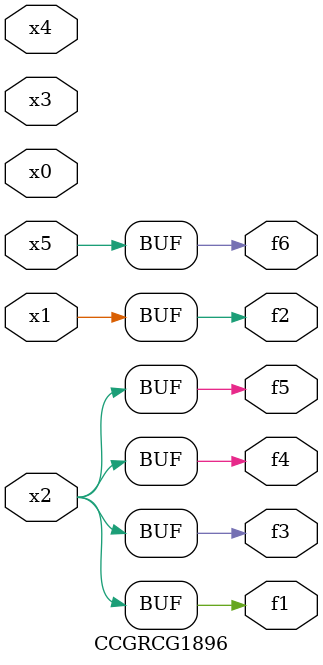
<source format=v>
module CCGRCG1896(
	input x0, x1, x2, x3, x4, x5,
	output f1, f2, f3, f4, f5, f6
);
	assign f1 = x2;
	assign f2 = x1;
	assign f3 = x2;
	assign f4 = x2;
	assign f5 = x2;
	assign f6 = x5;
endmodule

</source>
